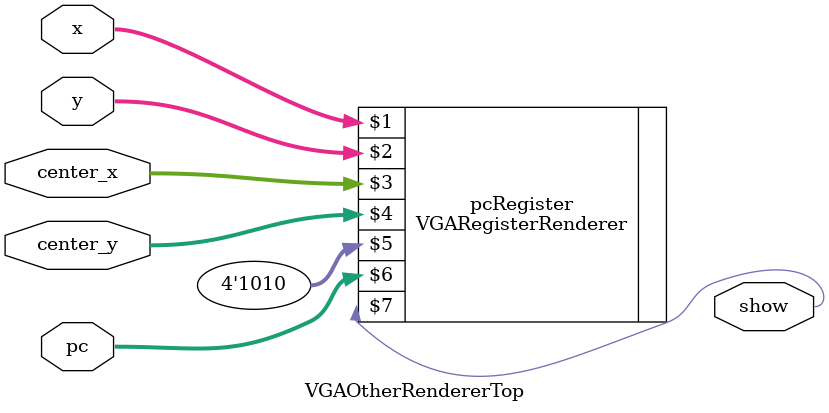
<source format=v>
`timescale 1ns / 1ps
module VGAOtherRendererTop(
  input [10:0] x, y,
  input [10:0] center_x, center_y,
  input [15:0] pc,
  output wor show
);

parameter deltaY = 60;

VGARegisterRenderer pcRegister (
  x, y,
  center_x, center_y,
  4'ha, pc,
  show
);

// For others "center_y + k * deltaY"

endmodule

</source>
